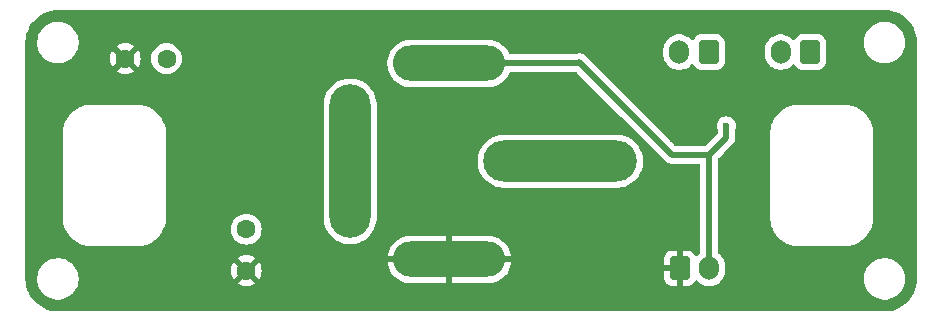
<source format=gbr>
%TF.GenerationSoftware,KiCad,Pcbnew,8.0.8*%
%TF.CreationDate,2026-01-07T21:13:00+09:00*%
%TF.ProjectId,emergency_board_NHK2026,656d6572-6765-46e6-9379-5f626f617264,rev?*%
%TF.SameCoordinates,Original*%
%TF.FileFunction,Copper,L2,Bot*%
%TF.FilePolarity,Positive*%
%FSLAX46Y46*%
G04 Gerber Fmt 4.6, Leading zero omitted, Abs format (unit mm)*
G04 Created by KiCad (PCBNEW 8.0.8) date 2026-01-07 21:13:00*
%MOMM*%
%LPD*%
G01*
G04 APERTURE LIST*
G04 Aperture macros list*
%AMRoundRect*
0 Rectangle with rounded corners*
0 $1 Rounding radius*
0 $2 $3 $4 $5 $6 $7 $8 $9 X,Y pos of 4 corners*
0 Add a 4 corners polygon primitive as box body*
4,1,4,$2,$3,$4,$5,$6,$7,$8,$9,$2,$3,0*
0 Add four circle primitives for the rounded corners*
1,1,$1+$1,$2,$3*
1,1,$1+$1,$4,$5*
1,1,$1+$1,$6,$7*
1,1,$1+$1,$8,$9*
0 Add four rect primitives between the rounded corners*
20,1,$1+$1,$2,$3,$4,$5,0*
20,1,$1+$1,$4,$5,$6,$7,0*
20,1,$1+$1,$6,$7,$8,$9,0*
20,1,$1+$1,$8,$9,$2,$3,0*%
G04 Aperture macros list end*
%TA.AperFunction,ComponentPad*%
%ADD10O,3.500000X13.000000*%
%TD*%
%TA.AperFunction,ComponentPad*%
%ADD11O,13.000000X3.500000*%
%TD*%
%TA.AperFunction,ComponentPad*%
%ADD12O,9.500000X3.000000*%
%TD*%
%TA.AperFunction,ComponentPad*%
%ADD13C,1.600000*%
%TD*%
%TA.AperFunction,ComponentPad*%
%ADD14RoundRect,0.250000X0.600000X0.750000X-0.600000X0.750000X-0.600000X-0.750000X0.600000X-0.750000X0*%
%TD*%
%TA.AperFunction,ComponentPad*%
%ADD15O,1.700000X2.000000*%
%TD*%
%TA.AperFunction,ComponentPad*%
%ADD16RoundRect,0.250000X-0.600000X-0.750000X0.600000X-0.750000X0.600000X0.750000X-0.600000X0.750000X0*%
%TD*%
%TA.AperFunction,ViaPad*%
%ADD17C,0.600000*%
%TD*%
%TA.AperFunction,Conductor*%
%ADD18C,0.500000*%
%TD*%
G04 APERTURE END LIST*
D10*
%TO.P,K1,1*%
%TO.N,24V*%
X48000000Y-33300000D03*
D11*
%TO.P,K1,2*%
%TO.N,unconnected-(K1-Pad2)*%
X65800000Y-33300000D03*
D12*
%TO.P,K1,3*%
%TO.N,Net-(J2-Pin_2)*%
X56400000Y-25000000D03*
%TO.P,K1,4*%
%TO.N,GND*%
X56400000Y-41600000D03*
%TD*%
D13*
%TO.P,C2,2*%
%TO.N,GND*%
X28950000Y-24600000D03*
%TO.P,C2,1*%
%TO.N,Net-(J1-Pin_2)*%
X32450000Y-24600000D03*
%TD*%
%TO.P,C3,1*%
%TO.N,24V*%
X39200000Y-39050000D03*
%TO.P,C3,2*%
%TO.N,GND*%
X39200000Y-42550000D03*
%TD*%
D14*
%TO.P,J1,1,Pin_1*%
%TO.N,Net-(J1-Pin_1)*%
X78350000Y-24050000D03*
D15*
%TO.P,J1,2,Pin_2*%
%TO.N,Net-(J1-Pin_2)*%
X75850000Y-24050000D03*
%TD*%
D16*
%TO.P,J2,1,Pin_1*%
%TO.N,GND*%
X75900000Y-42350000D03*
D15*
%TO.P,J2,2,Pin_2*%
%TO.N,Net-(J2-Pin_2)*%
X78400000Y-42350000D03*
%TD*%
D14*
%TO.P,J3,1,Pin_1*%
%TO.N,Net-(J2-Pin_2)*%
X86950000Y-24050000D03*
D15*
%TO.P,J3,2,Pin_2*%
%TO.N,Net-(J1-Pin_1)*%
X84450000Y-24050000D03*
%TD*%
D17*
%TO.N,GND*%
X77350000Y-39250000D03*
X67750000Y-23750000D03*
X56500000Y-45500000D03*
X41900000Y-22100000D03*
X89750000Y-28150000D03*
X74400000Y-28750000D03*
X34350000Y-24350000D03*
X34350000Y-26600000D03*
X50650000Y-26500000D03*
X67050000Y-41000000D03*
X90000000Y-23850000D03*
X81850000Y-21800000D03*
X67000000Y-26150000D03*
X79500000Y-36650000D03*
X81150000Y-39700000D03*
X83250000Y-35700000D03*
X85200000Y-43350000D03*
X94250000Y-38450000D03*
X94150000Y-27250000D03*
X94250000Y-33600000D03*
X94750000Y-21600000D03*
X94900000Y-44850000D03*
X40550000Y-31700000D03*
X77350000Y-33800000D03*
X81200000Y-33900000D03*
X84100000Y-28850000D03*
X81950000Y-30400000D03*
X74050000Y-24100000D03*
X74250000Y-20800000D03*
X83650000Y-25600000D03*
X75000000Y-26500000D03*
X75300000Y-31450000D03*
X73100000Y-32800000D03*
X58550000Y-32500000D03*
X65800000Y-30550000D03*
X56600000Y-22500000D03*
X56700000Y-27450000D03*
X50550000Y-33300000D03*
X65850000Y-36050000D03*
X67650000Y-45500000D03*
X46650000Y-45550000D03*
X32900000Y-36300000D03*
X32300000Y-28950000D03*
X33800000Y-32000000D03*
X21200000Y-40050000D03*
X22100000Y-36000000D03*
X22250000Y-31200000D03*
X26250000Y-26950000D03*
X21150000Y-26750000D03*
X26700000Y-21300000D03*
X21700000Y-21700000D03*
X45200000Y-22250000D03*
X43050000Y-24750000D03*
X38300000Y-28150000D03*
X38350000Y-22200000D03*
X34450000Y-20800000D03*
X45600000Y-27550000D03*
X40500000Y-33250000D03*
X33650000Y-43400000D03*
X29600000Y-43400000D03*
X26000000Y-43300000D03*
X55200000Y-35600000D03*
X21500000Y-44650000D03*
X45700000Y-39350000D03*
X45150000Y-34150000D03*
X43500000Y-35900000D03*
X37600000Y-36700000D03*
%TO.N,Net-(J2-Pin_2)*%
X79850000Y-30300000D03*
%TD*%
D18*
%TO.N,Net-(J2-Pin_2)*%
X78400000Y-32750000D02*
X79850000Y-31300000D01*
X79850000Y-31300000D02*
X79850000Y-30300000D01*
X75250000Y-32750000D02*
X67400000Y-24900000D01*
X78400000Y-32750000D02*
X75250000Y-32750000D01*
X67400000Y-24900000D02*
X67300000Y-25000000D01*
X67300000Y-25000000D02*
X56400000Y-25000000D01*
X78400000Y-42350000D02*
X78400000Y-32750000D01*
%TD*%
%TA.AperFunction,Conductor*%
%TO.N,GND*%
G36*
X93282360Y-20500500D02*
G01*
X93289246Y-20500694D01*
X93552804Y-20515496D01*
X93566606Y-20517051D01*
X93856857Y-20566366D01*
X93870413Y-20569460D01*
X94153316Y-20650963D01*
X94166442Y-20655556D01*
X94438438Y-20768221D01*
X94450960Y-20774252D01*
X94708629Y-20916662D01*
X94720402Y-20924059D01*
X94960506Y-21094421D01*
X94971378Y-21103091D01*
X95190899Y-21299267D01*
X95200732Y-21309100D01*
X95396908Y-21528621D01*
X95405578Y-21539493D01*
X95575940Y-21779597D01*
X95583337Y-21791370D01*
X95725747Y-22049039D01*
X95731781Y-22061568D01*
X95844443Y-22333558D01*
X95849036Y-22346683D01*
X95930539Y-22629586D01*
X95933633Y-22643143D01*
X95982947Y-22933384D01*
X95984504Y-22947202D01*
X95999301Y-23210689D01*
X95999496Y-23217630D01*
X96001402Y-43248416D01*
X96001207Y-43255381D01*
X95984504Y-43552796D01*
X95982947Y-43566614D01*
X95933633Y-43856856D01*
X95930539Y-43870413D01*
X95849036Y-44153316D01*
X95844443Y-44166441D01*
X95731781Y-44438431D01*
X95725747Y-44450960D01*
X95583337Y-44708629D01*
X95575940Y-44720402D01*
X95405578Y-44960506D01*
X95396908Y-44971378D01*
X95200732Y-45190899D01*
X95190899Y-45200732D01*
X94971378Y-45396908D01*
X94960506Y-45405578D01*
X94720402Y-45575940D01*
X94708629Y-45583337D01*
X94450960Y-45725747D01*
X94438431Y-45731781D01*
X94166441Y-45844443D01*
X94153316Y-45849036D01*
X93870413Y-45930539D01*
X93856856Y-45933633D01*
X93566614Y-45982947D01*
X93552796Y-45984504D01*
X93255375Y-46001208D01*
X93248422Y-46001403D01*
X23251578Y-46001403D01*
X23244625Y-46001208D01*
X22947203Y-45984504D01*
X22933385Y-45982947D01*
X22643143Y-45933633D01*
X22629586Y-45930539D01*
X22346683Y-45849036D01*
X22333558Y-45844443D01*
X22061568Y-45731781D01*
X22049039Y-45725747D01*
X21791370Y-45583337D01*
X21779597Y-45575940D01*
X21539493Y-45405578D01*
X21528621Y-45396908D01*
X21309100Y-45200732D01*
X21299267Y-45190899D01*
X21103091Y-44971378D01*
X21094421Y-44960506D01*
X20924059Y-44720402D01*
X20916662Y-44708629D01*
X20774252Y-44450960D01*
X20768221Y-44438438D01*
X20655556Y-44166441D01*
X20650963Y-44153316D01*
X20569460Y-43870413D01*
X20566366Y-43856856D01*
X20563418Y-43839505D01*
X20517051Y-43566606D01*
X20515496Y-43552805D01*
X20498792Y-43255375D01*
X20498597Y-43248422D01*
X20498597Y-43135258D01*
X21499500Y-43135258D01*
X21499500Y-43364741D01*
X21517035Y-43497924D01*
X21529452Y-43592238D01*
X21572141Y-43751557D01*
X21588842Y-43813887D01*
X21676650Y-44025876D01*
X21676657Y-44025890D01*
X21791392Y-44224617D01*
X21931081Y-44406661D01*
X21931089Y-44406670D01*
X22093330Y-44568911D01*
X22093338Y-44568918D01*
X22275382Y-44708607D01*
X22275385Y-44708608D01*
X22275388Y-44708611D01*
X22474112Y-44823344D01*
X22474117Y-44823346D01*
X22474123Y-44823349D01*
X22556287Y-44857382D01*
X22686113Y-44911158D01*
X22907762Y-44970548D01*
X23135266Y-45000500D01*
X23135273Y-45000500D01*
X23364727Y-45000500D01*
X23364734Y-45000500D01*
X23592238Y-44970548D01*
X23813887Y-44911158D01*
X24025888Y-44823344D01*
X24224612Y-44708611D01*
X24406661Y-44568919D01*
X24406665Y-44568914D01*
X24406670Y-44568911D01*
X24568911Y-44406670D01*
X24568914Y-44406665D01*
X24568919Y-44406661D01*
X24708611Y-44224612D01*
X24823344Y-44025888D01*
X24911158Y-43813887D01*
X24970548Y-43592238D01*
X25000500Y-43364734D01*
X25000500Y-43135266D01*
X24970548Y-42907762D01*
X24911158Y-42686113D01*
X24854777Y-42549997D01*
X37895034Y-42549997D01*
X37895034Y-42550002D01*
X37914858Y-42776599D01*
X37914860Y-42776610D01*
X37973730Y-42996317D01*
X37973735Y-42996331D01*
X38069863Y-43202478D01*
X38120974Y-43275472D01*
X38800000Y-42596446D01*
X38800000Y-42602661D01*
X38827259Y-42704394D01*
X38879920Y-42795606D01*
X38954394Y-42870080D01*
X39045606Y-42922741D01*
X39147339Y-42950000D01*
X39153553Y-42950000D01*
X38474526Y-43629025D01*
X38547513Y-43680132D01*
X38547521Y-43680136D01*
X38753668Y-43776264D01*
X38753682Y-43776269D01*
X38973389Y-43835139D01*
X38973400Y-43835141D01*
X39199998Y-43854966D01*
X39200002Y-43854966D01*
X39426599Y-43835141D01*
X39426610Y-43835139D01*
X39646317Y-43776269D01*
X39646331Y-43776264D01*
X39852478Y-43680136D01*
X39925471Y-43629024D01*
X39246447Y-42950000D01*
X39252661Y-42950000D01*
X39354394Y-42922741D01*
X39445606Y-42870080D01*
X39520080Y-42795606D01*
X39572741Y-42704394D01*
X39600000Y-42602661D01*
X39600000Y-42596447D01*
X40279024Y-43275471D01*
X40330136Y-43202478D01*
X40426264Y-42996331D01*
X40426269Y-42996317D01*
X40485139Y-42776610D01*
X40485141Y-42776599D01*
X40504966Y-42550002D01*
X40504966Y-42549997D01*
X40485141Y-42323400D01*
X40485139Y-42323389D01*
X40426269Y-42103682D01*
X40426264Y-42103668D01*
X40330136Y-41897521D01*
X40330132Y-41897513D01*
X40279025Y-41824526D01*
X39600000Y-42503551D01*
X39600000Y-42497339D01*
X39572741Y-42395606D01*
X39520080Y-42304394D01*
X39445606Y-42229920D01*
X39354394Y-42177259D01*
X39252661Y-42150000D01*
X39246445Y-42150000D01*
X39925472Y-41470974D01*
X39852478Y-41419863D01*
X39702654Y-41349999D01*
X51165654Y-41349999D01*
X51165655Y-41350000D01*
X52716988Y-41350000D01*
X52684075Y-41407007D01*
X52650000Y-41534174D01*
X52650000Y-41665826D01*
X52684075Y-41792993D01*
X52716988Y-41850000D01*
X51165655Y-41850000D01*
X51184221Y-41991016D01*
X51252075Y-42244255D01*
X51352404Y-42486471D01*
X51352409Y-42486482D01*
X51483496Y-42713528D01*
X51643092Y-42921519D01*
X51643098Y-42921526D01*
X51828473Y-43106901D01*
X51828480Y-43106907D01*
X52036471Y-43266503D01*
X52263517Y-43397590D01*
X52263528Y-43397595D01*
X52505744Y-43497924D01*
X52758979Y-43565777D01*
X52758990Y-43565779D01*
X53018905Y-43599999D01*
X53018920Y-43600000D01*
X56150000Y-43600000D01*
X56150000Y-42100000D01*
X56650000Y-42100000D01*
X56650000Y-43600000D01*
X59781080Y-43600000D01*
X59781094Y-43599999D01*
X60041009Y-43565779D01*
X60041020Y-43565777D01*
X60294255Y-43497924D01*
X60536471Y-43397595D01*
X60536482Y-43397590D01*
X60763528Y-43266503D01*
X60971519Y-43106907D01*
X60971526Y-43106901D01*
X61156901Y-42921526D01*
X61156907Y-42921519D01*
X61316503Y-42713528D01*
X61447590Y-42486482D01*
X61447595Y-42486471D01*
X61547924Y-42244255D01*
X61615778Y-41991016D01*
X61634345Y-41850000D01*
X60083012Y-41850000D01*
X60115925Y-41792993D01*
X60150000Y-41665826D01*
X60150000Y-41534174D01*
X60115925Y-41407007D01*
X60083012Y-41350000D01*
X61634345Y-41350000D01*
X61634345Y-41349999D01*
X61615778Y-41208983D01*
X61547924Y-40955744D01*
X61447595Y-40713528D01*
X61447590Y-40713517D01*
X61316503Y-40486471D01*
X61156907Y-40278480D01*
X61156901Y-40278473D01*
X60971526Y-40093098D01*
X60971519Y-40093092D01*
X60763528Y-39933496D01*
X60536482Y-39802409D01*
X60536471Y-39802404D01*
X60294255Y-39702075D01*
X60041020Y-39634222D01*
X60041009Y-39634220D01*
X59781094Y-39600000D01*
X56650000Y-39600000D01*
X56650000Y-41100000D01*
X56150000Y-41100000D01*
X56150000Y-39600000D01*
X53018905Y-39600000D01*
X52758990Y-39634220D01*
X52758979Y-39634222D01*
X52505744Y-39702075D01*
X52263528Y-39802404D01*
X52263517Y-39802409D01*
X52036471Y-39933496D01*
X51828480Y-40093092D01*
X51828473Y-40093098D01*
X51643098Y-40278473D01*
X51643092Y-40278480D01*
X51483496Y-40486471D01*
X51352409Y-40713517D01*
X51352404Y-40713528D01*
X51252075Y-40955744D01*
X51184221Y-41208983D01*
X51165654Y-41349999D01*
X39702654Y-41349999D01*
X39646331Y-41323735D01*
X39646317Y-41323730D01*
X39426610Y-41264860D01*
X39426599Y-41264858D01*
X39200002Y-41245034D01*
X39199998Y-41245034D01*
X38973400Y-41264858D01*
X38973389Y-41264860D01*
X38753682Y-41323730D01*
X38753673Y-41323734D01*
X38547516Y-41419866D01*
X38547512Y-41419868D01*
X38474526Y-41470973D01*
X38474526Y-41470974D01*
X39153553Y-42150000D01*
X39147339Y-42150000D01*
X39045606Y-42177259D01*
X38954394Y-42229920D01*
X38879920Y-42304394D01*
X38827259Y-42395606D01*
X38800000Y-42497339D01*
X38800000Y-42503552D01*
X38120974Y-41824526D01*
X38120973Y-41824526D01*
X38069868Y-41897512D01*
X38069866Y-41897516D01*
X37973734Y-42103673D01*
X37973730Y-42103682D01*
X37914860Y-42323389D01*
X37914858Y-42323400D01*
X37895034Y-42549997D01*
X24854777Y-42549997D01*
X24828468Y-42486482D01*
X24823349Y-42474123D01*
X24823346Y-42474117D01*
X24823344Y-42474112D01*
X24708611Y-42275388D01*
X24708608Y-42275385D01*
X24708607Y-42275382D01*
X24607764Y-42143962D01*
X24568919Y-42093339D01*
X24568918Y-42093338D01*
X24568911Y-42093330D01*
X24406670Y-41931089D01*
X24406661Y-41931081D01*
X24224617Y-41791392D01*
X24025890Y-41676657D01*
X24025876Y-41676650D01*
X23813887Y-41588842D01*
X23592238Y-41529452D01*
X23554215Y-41524446D01*
X23364741Y-41499500D01*
X23364734Y-41499500D01*
X23135266Y-41499500D01*
X23135258Y-41499500D01*
X22918715Y-41528009D01*
X22907762Y-41529452D01*
X22814076Y-41554554D01*
X22686112Y-41588842D01*
X22474123Y-41676650D01*
X22474109Y-41676657D01*
X22275382Y-41791392D01*
X22093338Y-41931081D01*
X21931081Y-42093338D01*
X21791392Y-42275382D01*
X21676657Y-42474109D01*
X21676650Y-42474123D01*
X21588842Y-42686112D01*
X21529453Y-42907759D01*
X21529451Y-42907770D01*
X21499500Y-43135258D01*
X20498597Y-43135258D01*
X20498597Y-30848748D01*
X23649500Y-30848748D01*
X23649500Y-30934108D01*
X23649500Y-37934108D01*
X23649500Y-38000000D01*
X23649500Y-38151252D01*
X23685963Y-38451551D01*
X23723416Y-38603504D01*
X23758358Y-38745272D01*
X23865628Y-39028117D01*
X24006206Y-39295964D01*
X24006212Y-39295973D01*
X24178047Y-39544921D01*
X24178052Y-39544927D01*
X24378646Y-39771351D01*
X24378648Y-39771353D01*
X24605072Y-39971947D01*
X24605078Y-39971952D01*
X24854026Y-40143787D01*
X24854035Y-40143793D01*
X25121882Y-40284371D01*
X25404727Y-40391641D01*
X25404731Y-40391642D01*
X25404734Y-40391643D01*
X25698449Y-40464037D01*
X25949661Y-40494539D01*
X25998746Y-40500500D01*
X25998748Y-40500500D01*
X30051254Y-40500500D01*
X30096630Y-40494990D01*
X30351551Y-40464037D01*
X30645266Y-40391643D01*
X30645269Y-40391641D01*
X30645272Y-40391641D01*
X30748007Y-40352678D01*
X30928113Y-40284373D01*
X30939355Y-40278473D01*
X31116236Y-40185638D01*
X31195967Y-40143792D01*
X31444924Y-39971950D01*
X31671352Y-39771352D01*
X31871950Y-39544924D01*
X32043792Y-39295967D01*
X32172887Y-39049998D01*
X37894532Y-39049998D01*
X37894532Y-39050001D01*
X37914364Y-39276686D01*
X37914366Y-39276697D01*
X37973258Y-39496488D01*
X37973261Y-39496497D01*
X38069431Y-39702732D01*
X38069432Y-39702734D01*
X38199954Y-39889141D01*
X38360858Y-40050045D01*
X38393277Y-40072745D01*
X38547266Y-40180568D01*
X38753504Y-40276739D01*
X38753509Y-40276740D01*
X38753511Y-40276741D01*
X38806415Y-40290916D01*
X38973308Y-40335635D01*
X39135230Y-40349801D01*
X39199998Y-40355468D01*
X39200000Y-40355468D01*
X39200002Y-40355468D01*
X39256673Y-40350509D01*
X39426692Y-40335635D01*
X39646496Y-40276739D01*
X39852734Y-40180568D01*
X40039139Y-40050047D01*
X40200047Y-39889139D01*
X40330568Y-39702734D01*
X40426739Y-39496496D01*
X40485635Y-39276692D01*
X40505468Y-39050000D01*
X40503553Y-39028117D01*
X40485635Y-38823313D01*
X40485635Y-38823308D01*
X40426739Y-38603504D01*
X40330568Y-38397266D01*
X40200047Y-38210861D01*
X40200045Y-38210858D01*
X40039141Y-38049954D01*
X39852734Y-37919432D01*
X39852732Y-37919431D01*
X39646497Y-37823261D01*
X39646488Y-37823258D01*
X39426697Y-37764366D01*
X39426693Y-37764365D01*
X39426692Y-37764365D01*
X39426691Y-37764364D01*
X39426686Y-37764364D01*
X39200002Y-37744532D01*
X39199998Y-37744532D01*
X38973313Y-37764364D01*
X38973302Y-37764366D01*
X38753511Y-37823258D01*
X38753502Y-37823261D01*
X38547267Y-37919431D01*
X38547265Y-37919432D01*
X38360858Y-38049954D01*
X38199954Y-38210858D01*
X38069432Y-38397265D01*
X38069431Y-38397267D01*
X37973261Y-38603502D01*
X37973258Y-38603511D01*
X37914366Y-38823302D01*
X37914364Y-38823313D01*
X37894532Y-39049998D01*
X32172887Y-39049998D01*
X32184373Y-39028113D01*
X32262044Y-38823313D01*
X32291641Y-38745272D01*
X32291641Y-38745269D01*
X32291643Y-38745266D01*
X32364037Y-38451551D01*
X32400500Y-38151252D01*
X32400500Y-38000000D01*
X32400500Y-37934108D01*
X32400500Y-30934108D01*
X32400500Y-30848748D01*
X32364037Y-30548449D01*
X32291643Y-30254734D01*
X32291642Y-30254731D01*
X32291641Y-30254727D01*
X32184371Y-29971882D01*
X32043793Y-29704035D01*
X32043787Y-29704026D01*
X31871952Y-29455078D01*
X31871947Y-29455072D01*
X31671353Y-29228648D01*
X31671351Y-29228646D01*
X31444927Y-29028052D01*
X31444921Y-29028047D01*
X31195973Y-28856212D01*
X31195964Y-28856206D01*
X30928117Y-28715628D01*
X30645272Y-28608358D01*
X30529820Y-28579902D01*
X30351551Y-28535963D01*
X30171371Y-28514085D01*
X30051254Y-28499500D01*
X30051252Y-28499500D01*
X29965892Y-28499500D01*
X26215892Y-28499500D01*
X26150000Y-28499500D01*
X25998748Y-28499500D01*
X25998746Y-28499500D01*
X25848598Y-28517731D01*
X25698449Y-28535963D01*
X25579602Y-28565255D01*
X25404727Y-28608358D01*
X25121882Y-28715628D01*
X24854035Y-28856206D01*
X24854026Y-28856212D01*
X24605078Y-29028047D01*
X24605072Y-29028052D01*
X24378648Y-29228646D01*
X24378646Y-29228648D01*
X24178052Y-29455072D01*
X24178047Y-29455078D01*
X24006212Y-29704026D01*
X24006206Y-29704035D01*
X23865628Y-29971882D01*
X23758358Y-30254727D01*
X23747199Y-30300003D01*
X23685963Y-30548449D01*
X23649500Y-30848748D01*
X20498597Y-30848748D01*
X20498597Y-28402486D01*
X45749500Y-28402486D01*
X45749500Y-38197513D01*
X45775799Y-38397265D01*
X45788007Y-38489993D01*
X45864361Y-38774951D01*
X45864364Y-38774961D01*
X45977254Y-39047500D01*
X45977258Y-39047510D01*
X46124761Y-39302993D01*
X46304352Y-39537040D01*
X46304358Y-39537047D01*
X46512952Y-39745641D01*
X46512959Y-39745647D01*
X46747006Y-39925238D01*
X47002489Y-40072741D01*
X47002490Y-40072741D01*
X47002493Y-40072743D01*
X47174023Y-40143793D01*
X47262805Y-40180568D01*
X47275048Y-40185639D01*
X47560007Y-40261993D01*
X47852494Y-40300500D01*
X47852501Y-40300500D01*
X48147499Y-40300500D01*
X48147506Y-40300500D01*
X48439993Y-40261993D01*
X48724952Y-40185639D01*
X48997507Y-40072743D01*
X49252994Y-39925238D01*
X49487042Y-39745646D01*
X49695646Y-39537042D01*
X49875238Y-39302994D01*
X50022743Y-39047507D01*
X50135639Y-38774952D01*
X50211993Y-38489993D01*
X50250500Y-38197506D01*
X50250500Y-33152486D01*
X58799500Y-33152486D01*
X58799500Y-33447513D01*
X58809068Y-33520185D01*
X58838007Y-33739993D01*
X58838008Y-33739995D01*
X58914361Y-34024951D01*
X58914364Y-34024961D01*
X59027254Y-34297500D01*
X59027258Y-34297510D01*
X59174761Y-34552993D01*
X59354352Y-34787040D01*
X59354358Y-34787047D01*
X59562952Y-34995641D01*
X59562959Y-34995647D01*
X59797006Y-35175238D01*
X60052489Y-35322741D01*
X60052490Y-35322741D01*
X60052493Y-35322743D01*
X60325048Y-35435639D01*
X60610007Y-35511993D01*
X60902494Y-35550500D01*
X60902501Y-35550500D01*
X70697499Y-35550500D01*
X70697506Y-35550500D01*
X70989993Y-35511993D01*
X71274952Y-35435639D01*
X71547507Y-35322743D01*
X71802994Y-35175238D01*
X72037042Y-34995646D01*
X72245646Y-34787042D01*
X72425238Y-34552994D01*
X72572743Y-34297507D01*
X72685639Y-34024952D01*
X72761993Y-33739993D01*
X72800500Y-33447506D01*
X72800500Y-33152494D01*
X72761993Y-32860007D01*
X72685639Y-32575048D01*
X72572743Y-32302493D01*
X72425238Y-32047006D01*
X72245646Y-31812958D01*
X72245641Y-31812952D01*
X72037047Y-31604358D01*
X72037040Y-31604352D01*
X71802993Y-31424761D01*
X71547510Y-31277258D01*
X71547500Y-31277254D01*
X71274961Y-31164364D01*
X71274954Y-31164362D01*
X71274952Y-31164361D01*
X70989993Y-31088007D01*
X70941113Y-31081571D01*
X70697513Y-31049500D01*
X70697506Y-31049500D01*
X60902494Y-31049500D01*
X60902486Y-31049500D01*
X60624085Y-31086153D01*
X60610007Y-31088007D01*
X60325048Y-31164361D01*
X60325038Y-31164364D01*
X60052499Y-31277254D01*
X60052489Y-31277258D01*
X59797006Y-31424761D01*
X59562959Y-31604352D01*
X59562952Y-31604358D01*
X59354358Y-31812952D01*
X59354352Y-31812959D01*
X59174761Y-32047006D01*
X59027258Y-32302489D01*
X59027254Y-32302499D01*
X58914364Y-32575038D01*
X58914361Y-32575048D01*
X58838008Y-32860004D01*
X58838006Y-32860015D01*
X58799500Y-33152486D01*
X50250500Y-33152486D01*
X50250500Y-28402494D01*
X50211993Y-28110007D01*
X50135639Y-27825048D01*
X50022743Y-27552493D01*
X49875238Y-27297006D01*
X49695646Y-27062958D01*
X49695641Y-27062952D01*
X49487047Y-26854358D01*
X49487040Y-26854352D01*
X49252993Y-26674761D01*
X48997510Y-26527258D01*
X48997500Y-26527254D01*
X48724961Y-26414364D01*
X48724954Y-26414362D01*
X48724952Y-26414361D01*
X48439993Y-26338007D01*
X48391113Y-26331571D01*
X48147513Y-26299500D01*
X48147506Y-26299500D01*
X47852494Y-26299500D01*
X47852486Y-26299500D01*
X47574085Y-26336153D01*
X47560007Y-26338007D01*
X47275048Y-26414361D01*
X47275038Y-26414364D01*
X47002499Y-26527254D01*
X47002489Y-26527258D01*
X46747006Y-26674761D01*
X46512959Y-26854352D01*
X46512952Y-26854358D01*
X46304358Y-27062952D01*
X46304352Y-27062959D01*
X46124761Y-27297006D01*
X45977258Y-27552489D01*
X45977254Y-27552499D01*
X45864364Y-27825038D01*
X45864361Y-27825048D01*
X45788008Y-28110004D01*
X45788006Y-28110015D01*
X45749500Y-28402486D01*
X20498597Y-28402486D01*
X20498597Y-23251577D01*
X20498792Y-23244624D01*
X20501188Y-23201957D01*
X20504934Y-23135258D01*
X21499500Y-23135258D01*
X21499500Y-23364741D01*
X21520070Y-23520974D01*
X21529452Y-23592238D01*
X21552472Y-23678149D01*
X21588842Y-23813887D01*
X21676650Y-24025876D01*
X21676657Y-24025890D01*
X21791392Y-24224617D01*
X21931081Y-24406661D01*
X21931089Y-24406670D01*
X22093330Y-24568911D01*
X22093338Y-24568918D01*
X22275382Y-24708607D01*
X22275385Y-24708608D01*
X22275388Y-24708611D01*
X22474112Y-24823344D01*
X22474117Y-24823346D01*
X22474123Y-24823349D01*
X22565480Y-24861190D01*
X22686113Y-24911158D01*
X22907762Y-24970548D01*
X23135266Y-25000500D01*
X23135273Y-25000500D01*
X23364727Y-25000500D01*
X23364734Y-25000500D01*
X23592238Y-24970548D01*
X23813887Y-24911158D01*
X24025888Y-24823344D01*
X24224612Y-24708611D01*
X24366160Y-24599997D01*
X27645034Y-24599997D01*
X27645034Y-24600002D01*
X27664858Y-24826599D01*
X27664860Y-24826610D01*
X27723730Y-25046317D01*
X27723735Y-25046331D01*
X27819863Y-25252478D01*
X27870974Y-25325472D01*
X28550000Y-24646446D01*
X28550000Y-24652661D01*
X28577259Y-24754394D01*
X28629920Y-24845606D01*
X28704394Y-24920080D01*
X28795606Y-24972741D01*
X28897339Y-25000000D01*
X28903553Y-25000000D01*
X28224526Y-25679025D01*
X28297513Y-25730132D01*
X28297521Y-25730136D01*
X28503668Y-25826264D01*
X28503682Y-25826269D01*
X28723389Y-25885139D01*
X28723400Y-25885141D01*
X28949998Y-25904966D01*
X28950002Y-25904966D01*
X29176599Y-25885141D01*
X29176610Y-25885139D01*
X29396317Y-25826269D01*
X29396331Y-25826264D01*
X29602478Y-25730136D01*
X29675471Y-25679024D01*
X28996447Y-25000000D01*
X29002661Y-25000000D01*
X29104394Y-24972741D01*
X29195606Y-24920080D01*
X29270080Y-24845606D01*
X29322741Y-24754394D01*
X29350000Y-24652661D01*
X29350000Y-24646447D01*
X30029024Y-25325471D01*
X30080136Y-25252478D01*
X30176264Y-25046331D01*
X30176269Y-25046317D01*
X30235139Y-24826610D01*
X30235141Y-24826599D01*
X30254966Y-24600002D01*
X30254966Y-24599998D01*
X31144532Y-24599998D01*
X31144532Y-24600001D01*
X31164364Y-24826686D01*
X31164366Y-24826697D01*
X31223258Y-25046488D01*
X31223261Y-25046497D01*
X31319431Y-25252732D01*
X31319432Y-25252734D01*
X31449954Y-25439141D01*
X31610858Y-25600045D01*
X31610861Y-25600047D01*
X31797266Y-25730568D01*
X32003504Y-25826739D01*
X32223308Y-25885635D01*
X32385230Y-25899801D01*
X32449998Y-25905468D01*
X32450000Y-25905468D01*
X32450002Y-25905468D01*
X32506673Y-25900509D01*
X32676692Y-25885635D01*
X32896496Y-25826739D01*
X33102734Y-25730568D01*
X33289139Y-25600047D01*
X33450047Y-25439139D01*
X33580568Y-25252734D01*
X33676739Y-25046496D01*
X33724333Y-24868872D01*
X51149500Y-24868872D01*
X51149500Y-25131127D01*
X51175087Y-25325471D01*
X51183730Y-25391116D01*
X51226437Y-25550500D01*
X51251602Y-25644418D01*
X51251605Y-25644428D01*
X51351953Y-25886690D01*
X51351958Y-25886700D01*
X51483075Y-26113803D01*
X51642718Y-26321851D01*
X51642726Y-26321860D01*
X51828140Y-26507274D01*
X51828148Y-26507281D01*
X52036196Y-26666924D01*
X52263299Y-26798041D01*
X52263309Y-26798046D01*
X52505571Y-26898394D01*
X52505581Y-26898398D01*
X52758884Y-26966270D01*
X53018880Y-27000500D01*
X53018887Y-27000500D01*
X59781113Y-27000500D01*
X59781120Y-27000500D01*
X60041116Y-26966270D01*
X60294419Y-26898398D01*
X60536697Y-26798043D01*
X60763803Y-26666924D01*
X60971851Y-26507282D01*
X60971855Y-26507277D01*
X60971860Y-26507274D01*
X61157274Y-26321860D01*
X61157277Y-26321855D01*
X61157282Y-26321851D01*
X61316924Y-26113803D01*
X61448043Y-25886697D01*
X61472751Y-25827047D01*
X61516592Y-25772644D01*
X61582886Y-25750579D01*
X61587312Y-25750500D01*
X67137770Y-25750500D01*
X67204809Y-25770185D01*
X67225451Y-25786819D01*
X70953263Y-29514630D01*
X74667048Y-33228415D01*
X74667049Y-33228416D01*
X74771584Y-33332951D01*
X74771585Y-33332952D01*
X74894498Y-33415080D01*
X74894511Y-33415087D01*
X75031082Y-33471656D01*
X75031087Y-33471658D01*
X75031091Y-33471658D01*
X75031092Y-33471659D01*
X75176079Y-33500500D01*
X75176082Y-33500500D01*
X77525500Y-33500500D01*
X77592539Y-33520185D01*
X77638294Y-33572989D01*
X77649500Y-33624500D01*
X77649500Y-41012779D01*
X77629815Y-41079818D01*
X77598385Y-41113097D01*
X77520211Y-41169893D01*
X77381035Y-41309069D01*
X77319712Y-41342553D01*
X77250020Y-41337569D01*
X77194087Y-41295697D01*
X77187815Y-41286484D01*
X77092315Y-41131654D01*
X76968345Y-41007684D01*
X76819124Y-40915643D01*
X76819119Y-40915641D01*
X76652697Y-40860494D01*
X76652690Y-40860493D01*
X76549986Y-40850000D01*
X76150000Y-40850000D01*
X76150000Y-41916988D01*
X76092993Y-41884075D01*
X75965826Y-41850000D01*
X75834174Y-41850000D01*
X75707007Y-41884075D01*
X75650000Y-41916988D01*
X75650000Y-40850000D01*
X75250028Y-40850000D01*
X75250012Y-40850001D01*
X75147302Y-40860494D01*
X74980880Y-40915641D01*
X74980875Y-40915643D01*
X74831654Y-41007684D01*
X74707684Y-41131654D01*
X74615643Y-41280875D01*
X74615641Y-41280880D01*
X74560494Y-41447302D01*
X74560493Y-41447309D01*
X74550000Y-41550013D01*
X74550000Y-42100000D01*
X75466988Y-42100000D01*
X75434075Y-42157007D01*
X75400000Y-42284174D01*
X75400000Y-42415826D01*
X75434075Y-42542993D01*
X75466988Y-42600000D01*
X74550001Y-42600000D01*
X74550001Y-43149986D01*
X74560494Y-43252697D01*
X74615641Y-43419119D01*
X74615643Y-43419124D01*
X74707684Y-43568345D01*
X74831654Y-43692315D01*
X74980875Y-43784356D01*
X74980880Y-43784358D01*
X75147302Y-43839505D01*
X75147309Y-43839506D01*
X75250019Y-43849999D01*
X75649999Y-43849999D01*
X75650000Y-43849998D01*
X75650000Y-42783012D01*
X75707007Y-42815925D01*
X75834174Y-42850000D01*
X75965826Y-42850000D01*
X76092993Y-42815925D01*
X76150000Y-42783012D01*
X76150000Y-43849999D01*
X76549972Y-43849999D01*
X76549986Y-43849998D01*
X76652697Y-43839505D01*
X76819119Y-43784358D01*
X76819124Y-43784356D01*
X76968345Y-43692315D01*
X77092317Y-43568343D01*
X77187815Y-43413516D01*
X77239763Y-43366791D01*
X77308725Y-43355568D01*
X77372808Y-43383412D01*
X77381035Y-43390931D01*
X77520213Y-43530109D01*
X77692179Y-43655048D01*
X77692181Y-43655049D01*
X77692184Y-43655051D01*
X77881588Y-43751557D01*
X78083757Y-43817246D01*
X78293713Y-43850500D01*
X78293714Y-43850500D01*
X78506286Y-43850500D01*
X78506287Y-43850500D01*
X78716243Y-43817246D01*
X78918412Y-43751557D01*
X79107816Y-43655051D01*
X79194269Y-43592240D01*
X79279786Y-43530109D01*
X79279788Y-43530106D01*
X79279792Y-43530104D01*
X79430104Y-43379792D01*
X79430106Y-43379788D01*
X79430109Y-43379786D01*
X79555048Y-43207820D01*
X79555047Y-43207820D01*
X79555051Y-43207816D01*
X79592021Y-43135258D01*
X91499500Y-43135258D01*
X91499500Y-43364741D01*
X91517035Y-43497924D01*
X91529452Y-43592238D01*
X91572141Y-43751557D01*
X91588842Y-43813887D01*
X91676650Y-44025876D01*
X91676657Y-44025890D01*
X91791392Y-44224617D01*
X91931081Y-44406661D01*
X91931089Y-44406670D01*
X92093330Y-44568911D01*
X92093338Y-44568918D01*
X92275382Y-44708607D01*
X92275385Y-44708608D01*
X92275388Y-44708611D01*
X92474112Y-44823344D01*
X92474117Y-44823346D01*
X92474123Y-44823349D01*
X92556287Y-44857382D01*
X92686113Y-44911158D01*
X92907762Y-44970548D01*
X93135266Y-45000500D01*
X93135273Y-45000500D01*
X93364727Y-45000500D01*
X93364734Y-45000500D01*
X93592238Y-44970548D01*
X93813887Y-44911158D01*
X94025888Y-44823344D01*
X94224612Y-44708611D01*
X94406661Y-44568919D01*
X94406665Y-44568914D01*
X94406670Y-44568911D01*
X94568911Y-44406670D01*
X94568914Y-44406665D01*
X94568919Y-44406661D01*
X94708611Y-44224612D01*
X94823344Y-44025888D01*
X94911158Y-43813887D01*
X94970548Y-43592238D01*
X95000500Y-43364734D01*
X95000500Y-43135266D01*
X94970548Y-42907762D01*
X94911158Y-42686113D01*
X94828468Y-42486482D01*
X94823349Y-42474123D01*
X94823346Y-42474117D01*
X94823344Y-42474112D01*
X94708611Y-42275388D01*
X94708608Y-42275385D01*
X94708607Y-42275382D01*
X94607764Y-42143962D01*
X94568919Y-42093339D01*
X94568918Y-42093338D01*
X94568911Y-42093330D01*
X94406670Y-41931089D01*
X94406661Y-41931081D01*
X94224617Y-41791392D01*
X94025890Y-41676657D01*
X94025876Y-41676650D01*
X93813887Y-41588842D01*
X93592238Y-41529452D01*
X93554215Y-41524446D01*
X93364741Y-41499500D01*
X93364734Y-41499500D01*
X93135266Y-41499500D01*
X93135258Y-41499500D01*
X92918715Y-41528009D01*
X92907762Y-41529452D01*
X92814076Y-41554554D01*
X92686112Y-41588842D01*
X92474123Y-41676650D01*
X92474109Y-41676657D01*
X92275382Y-41791392D01*
X92093338Y-41931081D01*
X91931081Y-42093338D01*
X91791392Y-42275382D01*
X91676657Y-42474109D01*
X91676650Y-42474123D01*
X91588842Y-42686112D01*
X91529453Y-42907759D01*
X91529451Y-42907770D01*
X91499500Y-43135258D01*
X79592021Y-43135258D01*
X79651557Y-43018412D01*
X79717246Y-42816243D01*
X79750500Y-42606287D01*
X79750500Y-42093713D01*
X79717246Y-41883757D01*
X79651557Y-41681588D01*
X79555051Y-41492184D01*
X79555049Y-41492181D01*
X79555048Y-41492179D01*
X79430109Y-41320213D01*
X79279794Y-41169898D01*
X79279788Y-41169893D01*
X79201615Y-41113097D01*
X79158949Y-41057767D01*
X79150500Y-41012779D01*
X79150500Y-33112229D01*
X79170185Y-33045190D01*
X79186819Y-33024548D01*
X79636329Y-32575038D01*
X80432952Y-31778415D01*
X80460205Y-31737627D01*
X80515084Y-31655495D01*
X80536266Y-31604358D01*
X80538518Y-31598921D01*
X80538518Y-31598920D01*
X80571659Y-31518912D01*
X80600500Y-31373917D01*
X80600500Y-31226082D01*
X80600500Y-30848748D01*
X83549500Y-30848748D01*
X83549500Y-30934108D01*
X83549500Y-37934108D01*
X83549500Y-38000000D01*
X83549500Y-38151252D01*
X83585963Y-38451551D01*
X83623416Y-38603504D01*
X83658358Y-38745272D01*
X83765628Y-39028117D01*
X83906206Y-39295964D01*
X83906212Y-39295973D01*
X84078047Y-39544921D01*
X84078052Y-39544927D01*
X84278646Y-39771351D01*
X84278648Y-39771353D01*
X84505072Y-39971947D01*
X84505078Y-39971952D01*
X84754026Y-40143787D01*
X84754035Y-40143793D01*
X85021882Y-40284371D01*
X85304727Y-40391641D01*
X85304731Y-40391642D01*
X85304734Y-40391643D01*
X85598449Y-40464037D01*
X85849661Y-40494539D01*
X85898746Y-40500500D01*
X85898748Y-40500500D01*
X89951254Y-40500500D01*
X89996630Y-40494990D01*
X90251551Y-40464037D01*
X90545266Y-40391643D01*
X90545269Y-40391641D01*
X90545272Y-40391641D01*
X90648007Y-40352678D01*
X90828113Y-40284373D01*
X90839355Y-40278473D01*
X91016236Y-40185638D01*
X91095967Y-40143792D01*
X91344924Y-39971950D01*
X91571352Y-39771352D01*
X91771950Y-39544924D01*
X91943792Y-39295967D01*
X92084373Y-39028113D01*
X92162044Y-38823313D01*
X92191641Y-38745272D01*
X92191641Y-38745269D01*
X92191643Y-38745266D01*
X92264037Y-38451551D01*
X92300500Y-38151252D01*
X92300500Y-38000000D01*
X92300500Y-37934108D01*
X92300500Y-30934108D01*
X92300500Y-30848748D01*
X92264037Y-30548449D01*
X92191643Y-30254734D01*
X92191642Y-30254731D01*
X92191641Y-30254727D01*
X92084371Y-29971882D01*
X91943793Y-29704035D01*
X91943787Y-29704026D01*
X91771952Y-29455078D01*
X91771947Y-29455072D01*
X91571353Y-29228648D01*
X91571351Y-29228646D01*
X91344927Y-29028052D01*
X91344921Y-29028047D01*
X91095973Y-28856212D01*
X91095964Y-28856206D01*
X90828117Y-28715628D01*
X90545272Y-28608358D01*
X90429820Y-28579902D01*
X90251551Y-28535963D01*
X90071371Y-28514085D01*
X89951254Y-28499500D01*
X89951252Y-28499500D01*
X89865892Y-28499500D01*
X86115892Y-28499500D01*
X86050000Y-28499500D01*
X85898748Y-28499500D01*
X85898746Y-28499500D01*
X85748598Y-28517731D01*
X85598449Y-28535963D01*
X85479602Y-28565255D01*
X85304727Y-28608358D01*
X85021882Y-28715628D01*
X84754035Y-28856206D01*
X84754026Y-28856212D01*
X84505078Y-29028047D01*
X84505072Y-29028052D01*
X84278648Y-29228646D01*
X84278646Y-29228648D01*
X84078052Y-29455072D01*
X84078047Y-29455078D01*
X83906212Y-29704026D01*
X83906206Y-29704035D01*
X83765628Y-29971882D01*
X83658358Y-30254727D01*
X83647199Y-30300003D01*
X83585963Y-30548449D01*
X83549500Y-30848748D01*
X80600500Y-30848748D01*
X80600500Y-30599972D01*
X80607458Y-30559017D01*
X80635368Y-30479254D01*
X80635369Y-30479249D01*
X80655565Y-30300003D01*
X80655565Y-30299996D01*
X80635369Y-30120750D01*
X80635368Y-30120745D01*
X80575789Y-29950478D01*
X80479816Y-29797738D01*
X80352262Y-29670184D01*
X80297870Y-29636007D01*
X80199523Y-29574211D01*
X80029254Y-29514631D01*
X80029249Y-29514630D01*
X79850004Y-29494435D01*
X79849996Y-29494435D01*
X79670750Y-29514630D01*
X79670745Y-29514631D01*
X79500476Y-29574211D01*
X79347737Y-29670184D01*
X79220184Y-29797737D01*
X79124211Y-29950476D01*
X79064631Y-30120745D01*
X79064630Y-30120750D01*
X79044435Y-30299996D01*
X79044435Y-30300003D01*
X79064630Y-30479249D01*
X79064631Y-30479254D01*
X79092542Y-30559017D01*
X79099500Y-30599972D01*
X79099500Y-30937770D01*
X79079815Y-31004809D01*
X79063181Y-31025451D01*
X78125451Y-31963181D01*
X78064128Y-31996666D01*
X78037770Y-31999500D01*
X75612229Y-31999500D01*
X75545190Y-31979815D01*
X75524548Y-31963181D01*
X67878421Y-24317052D01*
X67878417Y-24317049D01*
X67878416Y-24317048D01*
X67755494Y-24234916D01*
X67755492Y-24234915D01*
X67755490Y-24234914D01*
X67618912Y-24178342D01*
X67618906Y-24178340D01*
X67473919Y-24149500D01*
X67473917Y-24149500D01*
X67326082Y-24149500D01*
X67326080Y-24149500D01*
X67181092Y-24178340D01*
X67181086Y-24178342D01*
X67038878Y-24237247D01*
X67038520Y-24236385D01*
X66986160Y-24249500D01*
X61587312Y-24249500D01*
X61520273Y-24229815D01*
X61474518Y-24177011D01*
X61472751Y-24172953D01*
X61472482Y-24172304D01*
X61448043Y-24113303D01*
X61448041Y-24113299D01*
X61316924Y-23886196D01*
X61245958Y-23793713D01*
X74499500Y-23793713D01*
X74499500Y-24306287D01*
X74532754Y-24516243D01*
X74595258Y-24708611D01*
X74598444Y-24718414D01*
X74694951Y-24907820D01*
X74819890Y-25079786D01*
X74970213Y-25230109D01*
X75142179Y-25355048D01*
X75142181Y-25355049D01*
X75142184Y-25355051D01*
X75331588Y-25451557D01*
X75533757Y-25517246D01*
X75743713Y-25550500D01*
X75743714Y-25550500D01*
X75956286Y-25550500D01*
X75956287Y-25550500D01*
X76166243Y-25517246D01*
X76368412Y-25451557D01*
X76557816Y-25355051D01*
X76729792Y-25230104D01*
X76868604Y-25091291D01*
X76929923Y-25057809D01*
X76999615Y-25062793D01*
X77055549Y-25104664D01*
X77061821Y-25113878D01*
X77065185Y-25119333D01*
X77065186Y-25119334D01*
X77157288Y-25268656D01*
X77281344Y-25392712D01*
X77430666Y-25484814D01*
X77597203Y-25539999D01*
X77699991Y-25550500D01*
X79000008Y-25550499D01*
X79102797Y-25539999D01*
X79269334Y-25484814D01*
X79418656Y-25392712D01*
X79542712Y-25268656D01*
X79634814Y-25119334D01*
X79689999Y-24952797D01*
X79700500Y-24850009D01*
X79700499Y-23793713D01*
X83099500Y-23793713D01*
X83099500Y-24306287D01*
X83132754Y-24516243D01*
X83195258Y-24708611D01*
X83198444Y-24718414D01*
X83294951Y-24907820D01*
X83419890Y-25079786D01*
X83570213Y-25230109D01*
X83742179Y-25355048D01*
X83742181Y-25355049D01*
X83742184Y-25355051D01*
X83931588Y-25451557D01*
X84133757Y-25517246D01*
X84343713Y-25550500D01*
X84343714Y-25550500D01*
X84556286Y-25550500D01*
X84556287Y-25550500D01*
X84766243Y-25517246D01*
X84968412Y-25451557D01*
X85157816Y-25355051D01*
X85329792Y-25230104D01*
X85468604Y-25091291D01*
X85529923Y-25057809D01*
X85599615Y-25062793D01*
X85655549Y-25104664D01*
X85661821Y-25113878D01*
X85665185Y-25119333D01*
X85665186Y-25119334D01*
X85757288Y-25268656D01*
X85881344Y-25392712D01*
X86030666Y-25484814D01*
X86197203Y-25539999D01*
X86299991Y-25550500D01*
X87600008Y-25550499D01*
X87702797Y-25539999D01*
X87869334Y-25484814D01*
X88018656Y-25392712D01*
X88142712Y-25268656D01*
X88234814Y-25119334D01*
X88289999Y-24952797D01*
X88300500Y-24850009D01*
X88300499Y-23249992D01*
X88300305Y-23248097D01*
X88289999Y-23147203D01*
X88289998Y-23147200D01*
X88286041Y-23135258D01*
X91499500Y-23135258D01*
X91499500Y-23364741D01*
X91520070Y-23520974D01*
X91529452Y-23592238D01*
X91552472Y-23678149D01*
X91588842Y-23813887D01*
X91676650Y-24025876D01*
X91676657Y-24025890D01*
X91791392Y-24224617D01*
X91931081Y-24406661D01*
X91931089Y-24406670D01*
X92093330Y-24568911D01*
X92093338Y-24568918D01*
X92275382Y-24708607D01*
X92275385Y-24708608D01*
X92275388Y-24708611D01*
X92474112Y-24823344D01*
X92474117Y-24823346D01*
X92474123Y-24823349D01*
X92565480Y-24861190D01*
X92686113Y-24911158D01*
X92907762Y-24970548D01*
X93135266Y-25000500D01*
X93135273Y-25000500D01*
X93364727Y-25000500D01*
X93364734Y-25000500D01*
X93592238Y-24970548D01*
X93813887Y-24911158D01*
X94025888Y-24823344D01*
X94224612Y-24708611D01*
X94406661Y-24568919D01*
X94406665Y-24568914D01*
X94406670Y-24568911D01*
X94568911Y-24406670D01*
X94568914Y-24406665D01*
X94568919Y-24406661D01*
X94708611Y-24224612D01*
X94823344Y-24025888D01*
X94911158Y-23813887D01*
X94970548Y-23592238D01*
X95000500Y-23364734D01*
X95000500Y-23135266D01*
X94970548Y-22907762D01*
X94911158Y-22686113D01*
X94823344Y-22474112D01*
X94708611Y-22275388D01*
X94708608Y-22275385D01*
X94708607Y-22275382D01*
X94568918Y-22093338D01*
X94568911Y-22093330D01*
X94406670Y-21931089D01*
X94406661Y-21931081D01*
X94224617Y-21791392D01*
X94204187Y-21779597D01*
X94025888Y-21676656D01*
X94025876Y-21676650D01*
X93813887Y-21588842D01*
X93592238Y-21529452D01*
X93554215Y-21524446D01*
X93364741Y-21499500D01*
X93364734Y-21499500D01*
X93135266Y-21499500D01*
X93135258Y-21499500D01*
X92918715Y-21528009D01*
X92907762Y-21529452D01*
X92870288Y-21539493D01*
X92686112Y-21588842D01*
X92474123Y-21676650D01*
X92474109Y-21676657D01*
X92275382Y-21791392D01*
X92093338Y-21931081D01*
X91931081Y-22093338D01*
X91791392Y-22275382D01*
X91676657Y-22474109D01*
X91676650Y-22474123D01*
X91588842Y-22686112D01*
X91529453Y-22907759D01*
X91529451Y-22907770D01*
X91499500Y-23135258D01*
X88286041Y-23135258D01*
X88255823Y-23044068D01*
X88234814Y-22980666D01*
X88142712Y-22831344D01*
X88018656Y-22707288D01*
X87869334Y-22615186D01*
X87702797Y-22560001D01*
X87702795Y-22560000D01*
X87600010Y-22549500D01*
X86299998Y-22549500D01*
X86299981Y-22549501D01*
X86197203Y-22560000D01*
X86197200Y-22560001D01*
X86030668Y-22615185D01*
X86030663Y-22615187D01*
X85881342Y-22707289D01*
X85757289Y-22831342D01*
X85661821Y-22986121D01*
X85609873Y-23032845D01*
X85540910Y-23044068D01*
X85476828Y-23016224D01*
X85468601Y-23008705D01*
X85329786Y-22869890D01*
X85157820Y-22744951D01*
X84968414Y-22648444D01*
X84968413Y-22648443D01*
X84968412Y-22648443D01*
X84766243Y-22582754D01*
X84766241Y-22582753D01*
X84766240Y-22582753D01*
X84604957Y-22557208D01*
X84556287Y-22549500D01*
X84343713Y-22549500D01*
X84295042Y-22557208D01*
X84133760Y-22582753D01*
X83931585Y-22648444D01*
X83742179Y-22744951D01*
X83570213Y-22869890D01*
X83419890Y-23020213D01*
X83294951Y-23192179D01*
X83198444Y-23381585D01*
X83132753Y-23583760D01*
X83104704Y-23760858D01*
X83099500Y-23793713D01*
X79700499Y-23793713D01*
X79700499Y-23249992D01*
X79700305Y-23248097D01*
X79689999Y-23147203D01*
X79689998Y-23147200D01*
X79655823Y-23044068D01*
X79634814Y-22980666D01*
X79542712Y-22831344D01*
X79418656Y-22707288D01*
X79269334Y-22615186D01*
X79102797Y-22560001D01*
X79102795Y-22560000D01*
X79000010Y-22549500D01*
X77699998Y-22549500D01*
X77699981Y-22549501D01*
X77597203Y-22560000D01*
X77597200Y-22560001D01*
X77430668Y-22615185D01*
X77430663Y-22615187D01*
X77281342Y-22707289D01*
X77157289Y-22831342D01*
X77061821Y-22986121D01*
X77009873Y-23032845D01*
X76940910Y-23044068D01*
X76876828Y-23016224D01*
X76868601Y-23008705D01*
X76729786Y-22869890D01*
X76557820Y-22744951D01*
X76368414Y-22648444D01*
X76368413Y-22648443D01*
X76368412Y-22648443D01*
X76166243Y-22582754D01*
X76166241Y-22582753D01*
X76166240Y-22582753D01*
X76004957Y-22557208D01*
X75956287Y-22549500D01*
X75743713Y-22549500D01*
X75695042Y-22557208D01*
X75533760Y-22582753D01*
X75331585Y-22648444D01*
X75142179Y-22744951D01*
X74970213Y-22869890D01*
X74819890Y-23020213D01*
X74694951Y-23192179D01*
X74598444Y-23381585D01*
X74532753Y-23583760D01*
X74504704Y-23760858D01*
X74499500Y-23793713D01*
X61245958Y-23793713D01*
X61157281Y-23678148D01*
X61157274Y-23678140D01*
X60971860Y-23492726D01*
X60971851Y-23492718D01*
X60763803Y-23333075D01*
X60536700Y-23201958D01*
X60536690Y-23201953D01*
X60294428Y-23101605D01*
X60294421Y-23101603D01*
X60294419Y-23101602D01*
X60041116Y-23033730D01*
X59983339Y-23026123D01*
X59781127Y-22999500D01*
X59781120Y-22999500D01*
X53018880Y-22999500D01*
X53018872Y-22999500D01*
X52787772Y-23029926D01*
X52758884Y-23033730D01*
X52505581Y-23101602D01*
X52505571Y-23101605D01*
X52263309Y-23201953D01*
X52263299Y-23201958D01*
X52036196Y-23333075D01*
X51828148Y-23492718D01*
X51642718Y-23678148D01*
X51483075Y-23886196D01*
X51351958Y-24113299D01*
X51351953Y-24113309D01*
X51251605Y-24355571D01*
X51251602Y-24355581D01*
X51186111Y-24600000D01*
X51183730Y-24608885D01*
X51149500Y-24868872D01*
X33724333Y-24868872D01*
X33735635Y-24826692D01*
X33755468Y-24600000D01*
X33735635Y-24373308D01*
X33676739Y-24153504D01*
X33580568Y-23947266D01*
X33450047Y-23760861D01*
X33450045Y-23760858D01*
X33289141Y-23599954D01*
X33102734Y-23469432D01*
X33102732Y-23469431D01*
X32896497Y-23373261D01*
X32896488Y-23373258D01*
X32676697Y-23314366D01*
X32676693Y-23314365D01*
X32676692Y-23314365D01*
X32676691Y-23314364D01*
X32676686Y-23314364D01*
X32450002Y-23294532D01*
X32449998Y-23294532D01*
X32223313Y-23314364D01*
X32223302Y-23314366D01*
X32003511Y-23373258D01*
X32003502Y-23373261D01*
X31797267Y-23469431D01*
X31797265Y-23469432D01*
X31610858Y-23599954D01*
X31449954Y-23760858D01*
X31319432Y-23947265D01*
X31319431Y-23947267D01*
X31223261Y-24153502D01*
X31223258Y-24153511D01*
X31164366Y-24373302D01*
X31164364Y-24373313D01*
X31144532Y-24599998D01*
X30254966Y-24599998D01*
X30254966Y-24599997D01*
X30235141Y-24373400D01*
X30235139Y-24373389D01*
X30176269Y-24153682D01*
X30176264Y-24153668D01*
X30080136Y-23947521D01*
X30080132Y-23947513D01*
X30029025Y-23874526D01*
X29350000Y-24553551D01*
X29350000Y-24547339D01*
X29322741Y-24445606D01*
X29270080Y-24354394D01*
X29195606Y-24279920D01*
X29104394Y-24227259D01*
X29002661Y-24200000D01*
X28996445Y-24200000D01*
X29675472Y-23520974D01*
X29602478Y-23469863D01*
X29396331Y-23373735D01*
X29396317Y-23373730D01*
X29176610Y-23314860D01*
X29176599Y-23314858D01*
X28950002Y-23295034D01*
X28949998Y-23295034D01*
X28723400Y-23314858D01*
X28723389Y-23314860D01*
X28503682Y-23373730D01*
X28503673Y-23373734D01*
X28297516Y-23469866D01*
X28297512Y-23469868D01*
X28224526Y-23520973D01*
X28224526Y-23520974D01*
X28903553Y-24200000D01*
X28897339Y-24200000D01*
X28795606Y-24227259D01*
X28704394Y-24279920D01*
X28629920Y-24354394D01*
X28577259Y-24445606D01*
X28550000Y-24547339D01*
X28550000Y-24553552D01*
X27870974Y-23874526D01*
X27870973Y-23874526D01*
X27819868Y-23947512D01*
X27819866Y-23947516D01*
X27723734Y-24153673D01*
X27723730Y-24153682D01*
X27664860Y-24373389D01*
X27664858Y-24373400D01*
X27645034Y-24599997D01*
X24366160Y-24599997D01*
X24406661Y-24568919D01*
X24406665Y-24568914D01*
X24406670Y-24568911D01*
X24568911Y-24406670D01*
X24568914Y-24406665D01*
X24568919Y-24406661D01*
X24708611Y-24224612D01*
X24823344Y-24025888D01*
X24911158Y-23813887D01*
X24970548Y-23592238D01*
X25000500Y-23364734D01*
X25000500Y-23135266D01*
X24970548Y-22907762D01*
X24911158Y-22686113D01*
X24823344Y-22474112D01*
X24708611Y-22275388D01*
X24708608Y-22275385D01*
X24708607Y-22275382D01*
X24568918Y-22093338D01*
X24568911Y-22093330D01*
X24406670Y-21931089D01*
X24406661Y-21931081D01*
X24224617Y-21791392D01*
X24204187Y-21779597D01*
X24025888Y-21676656D01*
X24025876Y-21676650D01*
X23813887Y-21588842D01*
X23592238Y-21529452D01*
X23554215Y-21524446D01*
X23364741Y-21499500D01*
X23364734Y-21499500D01*
X23135266Y-21499500D01*
X23135258Y-21499500D01*
X22918715Y-21528009D01*
X22907762Y-21529452D01*
X22870288Y-21539493D01*
X22686112Y-21588842D01*
X22474123Y-21676650D01*
X22474109Y-21676657D01*
X22275382Y-21791392D01*
X22093338Y-21931081D01*
X21931081Y-22093338D01*
X21791392Y-22275382D01*
X21676657Y-22474109D01*
X21676650Y-22474123D01*
X21588842Y-22686112D01*
X21529453Y-22907759D01*
X21529451Y-22907770D01*
X21499500Y-23135258D01*
X20504934Y-23135258D01*
X20515496Y-22947192D01*
X20517050Y-22933394D01*
X20566367Y-22643138D01*
X20569460Y-22629586D01*
X20573609Y-22615187D01*
X20650964Y-22346679D01*
X20655556Y-22333558D01*
X20679651Y-22275388D01*
X20768224Y-22061554D01*
X20774247Y-22049047D01*
X20916662Y-21791370D01*
X20924059Y-21779597D01*
X21094428Y-21539483D01*
X21103083Y-21528629D01*
X21299277Y-21309089D01*
X21309089Y-21299277D01*
X21528629Y-21103083D01*
X21539483Y-21094428D01*
X21779602Y-20924055D01*
X21791370Y-20916662D01*
X21811709Y-20905420D01*
X22049047Y-20774247D01*
X22061554Y-20768224D01*
X22333562Y-20655554D01*
X22346679Y-20650964D01*
X22629591Y-20569458D01*
X22643138Y-20566367D01*
X22933394Y-20517050D01*
X22947192Y-20515496D01*
X23244625Y-20498792D01*
X23251578Y-20498597D01*
X23255745Y-20498597D01*
X93282360Y-20500500D01*
G37*
%TD.AperFunction*%
%TD*%
M02*

</source>
